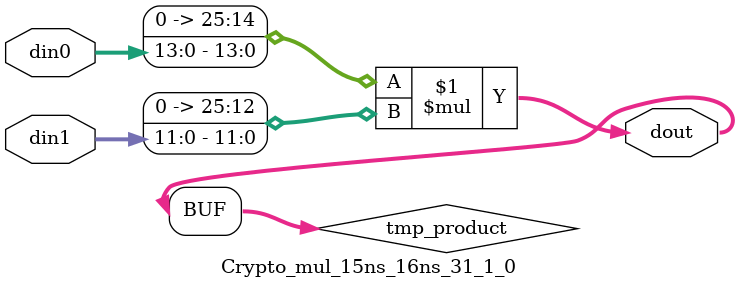
<source format=v>

`timescale 1 ns / 1 ps

  module Crypto_mul_15ns_16ns_31_1_0(din0, din1, dout);
parameter ID = 1;
parameter NUM_STAGE = 0;
parameter din0_WIDTH = 14;
parameter din1_WIDTH = 12;
parameter dout_WIDTH = 26;

input [din0_WIDTH - 1 : 0] din0; 
input [din1_WIDTH - 1 : 0] din1; 
output [dout_WIDTH - 1 : 0] dout;

wire signed [dout_WIDTH - 1 : 0] tmp_product;










assign tmp_product = $signed({1'b0, din0}) * $signed({1'b0, din1});











assign dout = tmp_product;







endmodule

</source>
